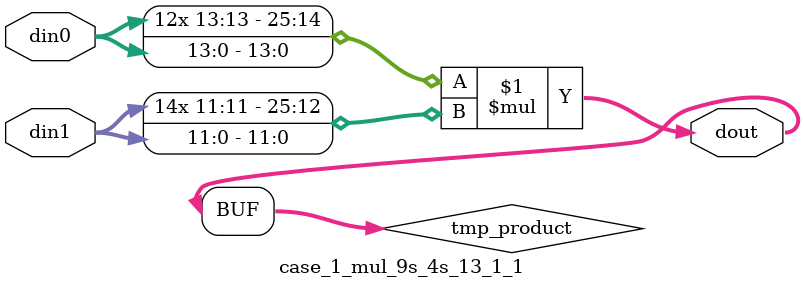
<source format=v>

`timescale 1 ns / 1 ps

 (* use_dsp = "no" *)  module case_1_mul_9s_4s_13_1_1(din0, din1, dout);
parameter ID = 1;
parameter NUM_STAGE = 0;
parameter din0_WIDTH = 14;
parameter din1_WIDTH = 12;
parameter dout_WIDTH = 26;

input [din0_WIDTH - 1 : 0] din0; 
input [din1_WIDTH - 1 : 0] din1; 
output [dout_WIDTH - 1 : 0] dout;

wire signed [dout_WIDTH - 1 : 0] tmp_product;



























assign tmp_product = $signed(din0) * $signed(din1);








assign dout = tmp_product;





















endmodule

</source>
